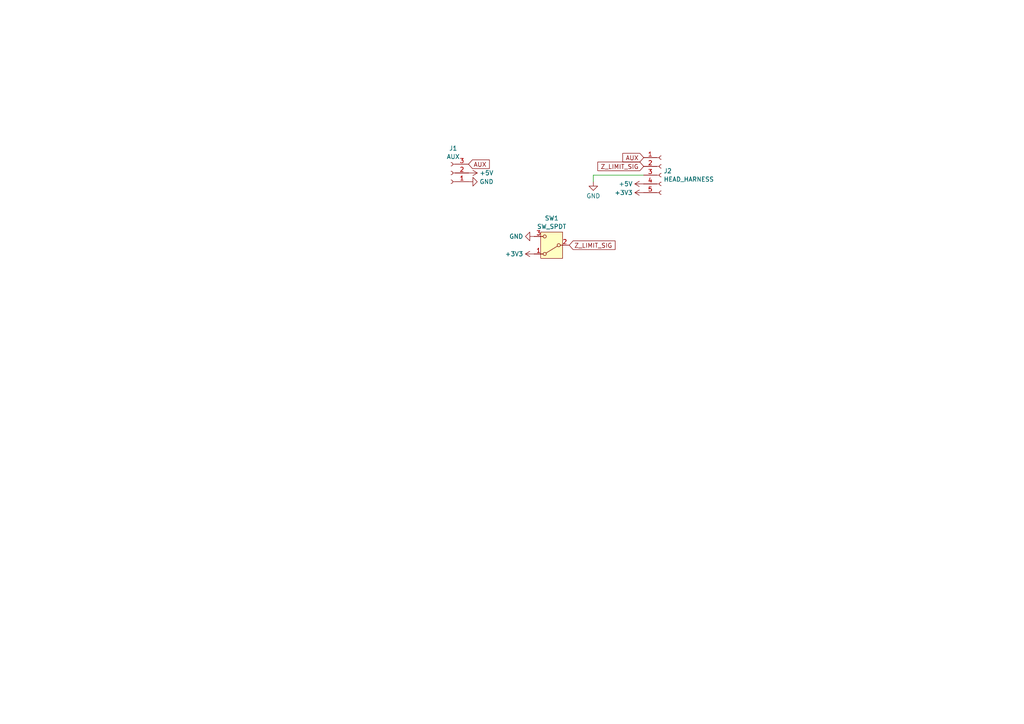
<source format=kicad_sch>
(kicad_sch (version 20230121) (generator eeschema)
  (paper "A4")
  (lib_symbols
    (symbol "Connector:Conn_01x03_Socket" (pin_names (offset 1.016) hide)
      (property "Reference" "J" (at 0 5.08 0))
      (property "Value" "Conn_01x03_Socket" (at 0 -5.08 0))
      (symbol "Conn_01x03_Socket_1_1"
        (arc (start 0 -2.032) (mid -0.5058 -2.54) (end 0 -3.048) (stroke (width 0.1524)))
        (polyline (pts (xy -1.27 -2.54) (xy -0.508 -2.54)) (stroke (width 0.1524)))
        (polyline (pts (xy -1.27 0) (xy -0.508 0)) (stroke (width 0.1524)))
        (polyline (pts (xy -1.27 2.54) (xy -0.508 2.54)) (stroke (width 0.1524)))
        (arc (start 0 0.508) (mid -0.5058 0) (end 0 -0.508) (stroke (width 0.1524)))
        (arc (start 0 3.048) (mid -0.5058 2.54) (end 0 2.032) (stroke (width 0.1524)))
        (pin passive line (at -5.08 2.54 0) (length 3.81) (name "Pin_1") (number "1"))
        (pin passive line (at -5.08 0 0) (length 3.81) (name "Pin_2") (number "2"))
        (pin passive line (at -5.08 -2.54 0) (length 3.81) (name "Pin_3") (number "3"))
      )
    )
    (symbol "Connector:Conn_01x05_Socket" (pin_names (offset 1.016) hide)
      (property "Reference" "J" (at 0 7.62 0))
      (property "Value" "Conn_01x05_Socket" (at 0 -7.62 0))
      (symbol "Conn_01x05_Socket_1_1"
        (arc (start 0 -4.572) (mid -0.5058 -5.08) (end 0 -5.588) (stroke (width 0.1524)))
        (arc (start 0 -2.032) (mid -0.5058 -2.54) (end 0 -3.048) (stroke (width 0.1524)))
        (polyline (pts (xy -1.27 -5.08) (xy -0.508 -5.08)) (stroke (width 0.1524)))
        (polyline (pts (xy -1.27 -2.54) (xy -0.508 -2.54)) (stroke (width 0.1524)))
        (polyline (pts (xy -1.27 0) (xy -0.508 0)) (stroke (width 0.1524)))
        (polyline (pts (xy -1.27 2.54) (xy -0.508 2.54)) (stroke (width 0.1524)))
        (polyline (pts (xy -1.27 5.08) (xy -0.508 5.08)) (stroke (width 0.1524)))
        (arc (start 0 0.508) (mid -0.5058 0) (end 0 -0.508) (stroke (width 0.1524)))
        (arc (start 0 3.048) (mid -0.5058 2.54) (end 0 2.032) (stroke (width 0.1524)))
        (arc (start 0 5.588) (mid -0.5058 5.08) (end 0 4.572) (stroke (width 0.1524)))
        (pin passive line (at -5.08 5.08 0) (length 3.81) (name "Pin_1") (number "1"))
        (pin passive line (at -5.08 2.54 0) (length 3.81) (name "Pin_2") (number "2"))
        (pin passive line (at -5.08 0 0) (length 3.81) (name "Pin_3") (number "3"))
        (pin passive line (at -5.08 -2.54 0) (length 3.81) (name "Pin_4") (number "4"))
        (pin passive line (at -5.08 -5.08 0) (length 3.81) (name "Pin_5") (number "5"))
      )
    )
    (symbol "Switch:SW_SPDT" (pin_names (offset 0) hide)
      (property "Reference" "SW" (at 0 5.08 0))
      (property "Value" "SW_SPDT" (at 0 -5.08 0))
      (symbol "SW_SPDT_0_1"
        (circle (center -2.032 0) (radius 0.4572))
        (polyline (pts (xy -1.651 0.254) (xy 1.651 2.286)))
        (circle (center 2.032 -2.54) (radius 0.4572))
        (circle (center 2.032 2.54) (radius 0.4572))
      )
      (symbol "SW_SPDT_1_1"
        (rectangle (start -3.175 3.81) (end 3.175 -3.81) (fill (type background)))
        (pin passive line (at 5.08 2.54 180) (length 2.54) (name "A") (number "1"))
        (pin passive line (at -5.08 0 0) (length 2.54) (name "B") (number "2"))
        (pin passive line (at 5.08 -2.54 180) (length 2.54) (name "C") (number "3"))
      )
    )
    (symbol "power:+3V3" (power) (pin_names (offset 0))
      (property "Value" "+3V3" (at 0 3.556 0))
      (symbol "+3V3_0_1"
        (polyline (pts (xy -0.762 1.27) (xy 0 2.54)))
        (polyline (pts (xy 0 0) (xy 0 2.54)))
        (polyline (pts (xy 0 2.54) (xy 0.762 1.27)))
      )
      (symbol "+3V3_1_1"
        (pin power_in line (at 0 0 90) (length 0) hide (name "+3V3") (number "1"))
      )
    )
    (symbol "power:+5V" (power) (pin_names (offset 0))
      (property "Value" "+5V" (at 0 3.556 0))
      (symbol "+5V_0_1"
        (polyline (pts (xy -0.762 1.27) (xy 0 2.54)))
        (polyline (pts (xy 0 0) (xy 0 2.54)))
        (polyline (pts (xy 0 2.54) (xy 0.762 1.27)))
      )
      (symbol "+5V_1_1"
        (pin power_in line (at 0 0 90) (length 0) hide (name "+5V") (number "1"))
      )
    )
    (symbol "power:GND" (power) (pin_names (offset 0))
      (property "Value" "GND" (at 0 -3.81 0))
      (symbol "GND_0_1"
        (polyline (pts (xy 0 0) (xy 0 -1.27) (xy 1.27 -1.27) (xy 0 -2.54) (xy -1.27 -1.27) (xy 0 -1.27)))
      )
      (symbol "GND_1_1"
        (pin power_in line (at 0 0 270) (length 0) hide (name "GND") (number "1"))
      )
    )
  )
  (wire (pts (xy 172.085 50.8) (xy 186.69 50.8)))
  (wire (pts (xy 172.085 50.8) (xy 172.085 52.705)))
  (global_label "Z_LIMIT_SIG" (shape input) (at 165.1 71.12 0) (property "Intersheetrefs" "${INTERSHEET_REFS}" (effects hide)))
  (global_label "Z_LIMIT_SIG" (shape input) (at 186.69 48.26 180) (property "Intersheetrefs" "${INTERSHEET_REFS}" (effects hide)))
  (global_label "AUX" (shape input) (at 135.89 47.625 0) (property "Intersheetrefs" "${INTERSHEET_REFS}" (effects hide)))
  (global_label "AUX" (shape input) (at 186.69 45.72 180) (property "Intersheetrefs" "${INTERSHEET_REFS}" (effects hide)))
  (symbol (lib_id "power:GND") (at 154.94 68.58 270) (unit 1)
    (property "Reference" "#PWR07" (effects hide))
    (property "Value" "GND" (at 151.7651 68.58 90) (effects (justify right)))
  )
  (symbol (lib_id "Switch:SW_SPDT") (at 160.02 71.12 180) (unit 1)
    (property "Reference" "SW1" (at 160.02 63.2927 0))
    (property "Value" "SW_SPDT" (at 160.02 65.7169 0))
    (property "Footprint" "index:D2FS-FL-N-A" (effects hide))
  )
  (symbol (lib_id "Connector:Conn_01x05_Socket") (at 191.77 50.8 0) (unit 1)
    (property "Reference" "J2" (at 192.4812 49.5879 0) (effects (justify left)))
    (property "Value" "HEAD_HARNESS" (at 192.4812 52.0121 0) (effects (justify left)))
    (property "Footprint" "Connector_JST:JST_PH_B5B-PH-SM4-TB_1x05-1MP_P2.00mm_Vertical" (effects hide))
  )
  (symbol (lib_id "Connector:Conn_01x03_Socket") (at 130.81 50.165 180) (unit 1)
    (property "Reference" "J1" (at 131.445 43.0235 0))
    (property "Value" "AUX" (at 131.445 45.4477 0))
    (property "Footprint" "Connector_JST:JST_PH_S3B-PH-K_1x03_P2.00mm_Horizontal" (effects hide))
  )
  (symbol (lib_id "power:+3V3") (at 186.69 55.88 90) (unit 1)
    (property "Reference" "#PWR03" (effects hide))
    (property "Value" "+3V3" (at 183.515 55.88 90) (effects (justify left)))
  )
  (symbol (lib_id "power:+5V") (at 186.69 53.34 90) (unit 1)
    (property "Reference" "#PWR01" (effects hide))
    (property "Value" "+5V" (at 183.5151 53.34 90) (effects (justify left)))
  )
  (symbol (lib_id "power:+3V3") (at 154.94 73.66 90) (unit 1)
    (property "Reference" "#PWR06" (effects hide))
    (property "Value" "+3V3" (at 151.765 73.66 90) (effects (justify left)))
  )
  (symbol (lib_id "power:GND") (at 135.89 52.705 90) (unit 1)
    (property "Reference" "#PWR05" (effects hide))
    (property "Value" "GND" (at 139.065 52.705 90) (effects (justify right)))
  )
  (symbol (lib_id "power:+5V") (at 135.89 50.165 270) (unit 1)
    (property "Reference" "#PWR04" (effects hide))
    (property "Value" "+5V" (at 139.065 50.165 90) (effects (justify left)))
  )
  (symbol (lib_id "power:GND") (at 172.085 52.705 0) (unit 1)
    (property "Reference" "#PWR02" (effects hide))
    (property "Value" "GND" (at 172.085 56.8381 0))
  )
)
</source>
